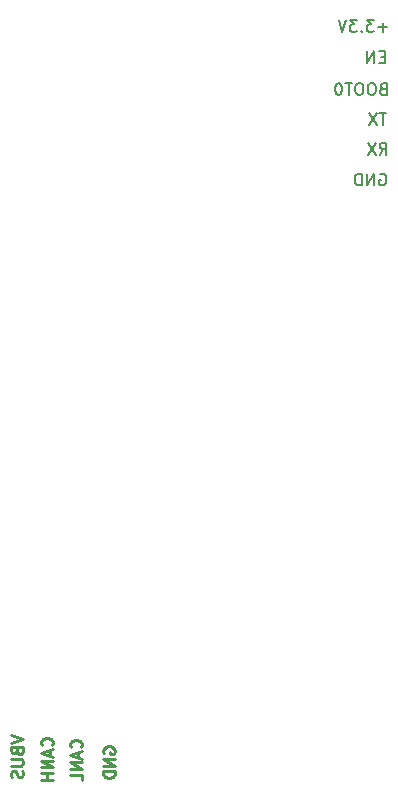
<source format=gbr>
%TF.GenerationSoftware,KiCad,Pcbnew,7.0.0-da2b9df05c~171~ubuntu22.10.1*%
%TF.CreationDate,2023-03-06T15:09:24+01:00*%
%TF.ProjectId,frakfurt_eth,6672616b-6675-4727-945f-6574682e6b69,rev?*%
%TF.SameCoordinates,Original*%
%TF.FileFunction,Legend,Bot*%
%TF.FilePolarity,Positive*%
%FSLAX46Y46*%
G04 Gerber Fmt 4.6, Leading zero omitted, Abs format (unit mm)*
G04 Created by KiCad (PCBNEW 7.0.0-da2b9df05c~171~ubuntu22.10.1) date 2023-03-06 15:09:24*
%MOMM*%
%LPD*%
G01*
G04 APERTURE LIST*
%ADD10C,0.250000*%
%ADD11C,0.150000*%
G04 APERTURE END LIST*
D10*
X105780000Y-114811904D02*
X105732380Y-114716666D01*
X105732380Y-114716666D02*
X105732380Y-114573809D01*
X105732380Y-114573809D02*
X105780000Y-114430952D01*
X105780000Y-114430952D02*
X105875238Y-114335714D01*
X105875238Y-114335714D02*
X105970476Y-114288095D01*
X105970476Y-114288095D02*
X106160952Y-114240476D01*
X106160952Y-114240476D02*
X106303809Y-114240476D01*
X106303809Y-114240476D02*
X106494285Y-114288095D01*
X106494285Y-114288095D02*
X106589523Y-114335714D01*
X106589523Y-114335714D02*
X106684761Y-114430952D01*
X106684761Y-114430952D02*
X106732380Y-114573809D01*
X106732380Y-114573809D02*
X106732380Y-114669047D01*
X106732380Y-114669047D02*
X106684761Y-114811904D01*
X106684761Y-114811904D02*
X106637142Y-114859523D01*
X106637142Y-114859523D02*
X106303809Y-114859523D01*
X106303809Y-114859523D02*
X106303809Y-114669047D01*
X106732380Y-115288095D02*
X105732380Y-115288095D01*
X105732380Y-115288095D02*
X106732380Y-115859523D01*
X106732380Y-115859523D02*
X105732380Y-115859523D01*
X106732380Y-116335714D02*
X105732380Y-116335714D01*
X105732380Y-116335714D02*
X105732380Y-116573809D01*
X105732380Y-116573809D02*
X105780000Y-116716666D01*
X105780000Y-116716666D02*
X105875238Y-116811904D01*
X105875238Y-116811904D02*
X105970476Y-116859523D01*
X105970476Y-116859523D02*
X106160952Y-116907142D01*
X106160952Y-116907142D02*
X106303809Y-116907142D01*
X106303809Y-116907142D02*
X106494285Y-116859523D01*
X106494285Y-116859523D02*
X106589523Y-116811904D01*
X106589523Y-116811904D02*
X106684761Y-116716666D01*
X106684761Y-116716666D02*
X106732380Y-116573809D01*
X106732380Y-116573809D02*
X106732380Y-116335714D01*
D11*
X129428571Y-58558571D02*
X129285714Y-58606190D01*
X129285714Y-58606190D02*
X129238095Y-58653809D01*
X129238095Y-58653809D02*
X129190476Y-58749047D01*
X129190476Y-58749047D02*
X129190476Y-58891904D01*
X129190476Y-58891904D02*
X129238095Y-58987142D01*
X129238095Y-58987142D02*
X129285714Y-59034761D01*
X129285714Y-59034761D02*
X129380952Y-59082380D01*
X129380952Y-59082380D02*
X129761904Y-59082380D01*
X129761904Y-59082380D02*
X129761904Y-58082380D01*
X129761904Y-58082380D02*
X129428571Y-58082380D01*
X129428571Y-58082380D02*
X129333333Y-58130000D01*
X129333333Y-58130000D02*
X129285714Y-58177619D01*
X129285714Y-58177619D02*
X129238095Y-58272857D01*
X129238095Y-58272857D02*
X129238095Y-58368095D01*
X129238095Y-58368095D02*
X129285714Y-58463333D01*
X129285714Y-58463333D02*
X129333333Y-58510952D01*
X129333333Y-58510952D02*
X129428571Y-58558571D01*
X129428571Y-58558571D02*
X129761904Y-58558571D01*
X128571428Y-58082380D02*
X128380952Y-58082380D01*
X128380952Y-58082380D02*
X128285714Y-58130000D01*
X128285714Y-58130000D02*
X128190476Y-58225238D01*
X128190476Y-58225238D02*
X128142857Y-58415714D01*
X128142857Y-58415714D02*
X128142857Y-58749047D01*
X128142857Y-58749047D02*
X128190476Y-58939523D01*
X128190476Y-58939523D02*
X128285714Y-59034761D01*
X128285714Y-59034761D02*
X128380952Y-59082380D01*
X128380952Y-59082380D02*
X128571428Y-59082380D01*
X128571428Y-59082380D02*
X128666666Y-59034761D01*
X128666666Y-59034761D02*
X128761904Y-58939523D01*
X128761904Y-58939523D02*
X128809523Y-58749047D01*
X128809523Y-58749047D02*
X128809523Y-58415714D01*
X128809523Y-58415714D02*
X128761904Y-58225238D01*
X128761904Y-58225238D02*
X128666666Y-58130000D01*
X128666666Y-58130000D02*
X128571428Y-58082380D01*
X127523809Y-58082380D02*
X127333333Y-58082380D01*
X127333333Y-58082380D02*
X127238095Y-58130000D01*
X127238095Y-58130000D02*
X127142857Y-58225238D01*
X127142857Y-58225238D02*
X127095238Y-58415714D01*
X127095238Y-58415714D02*
X127095238Y-58749047D01*
X127095238Y-58749047D02*
X127142857Y-58939523D01*
X127142857Y-58939523D02*
X127238095Y-59034761D01*
X127238095Y-59034761D02*
X127333333Y-59082380D01*
X127333333Y-59082380D02*
X127523809Y-59082380D01*
X127523809Y-59082380D02*
X127619047Y-59034761D01*
X127619047Y-59034761D02*
X127714285Y-58939523D01*
X127714285Y-58939523D02*
X127761904Y-58749047D01*
X127761904Y-58749047D02*
X127761904Y-58415714D01*
X127761904Y-58415714D02*
X127714285Y-58225238D01*
X127714285Y-58225238D02*
X127619047Y-58130000D01*
X127619047Y-58130000D02*
X127523809Y-58082380D01*
X126809523Y-58082380D02*
X126238095Y-58082380D01*
X126523809Y-59082380D02*
X126523809Y-58082380D01*
X125714285Y-58082380D02*
X125619047Y-58082380D01*
X125619047Y-58082380D02*
X125523809Y-58130000D01*
X125523809Y-58130000D02*
X125476190Y-58177619D01*
X125476190Y-58177619D02*
X125428571Y-58272857D01*
X125428571Y-58272857D02*
X125380952Y-58463333D01*
X125380952Y-58463333D02*
X125380952Y-58701428D01*
X125380952Y-58701428D02*
X125428571Y-58891904D01*
X125428571Y-58891904D02*
X125476190Y-58987142D01*
X125476190Y-58987142D02*
X125523809Y-59034761D01*
X125523809Y-59034761D02*
X125619047Y-59082380D01*
X125619047Y-59082380D02*
X125714285Y-59082380D01*
X125714285Y-59082380D02*
X125809523Y-59034761D01*
X125809523Y-59034761D02*
X125857142Y-58987142D01*
X125857142Y-58987142D02*
X125904761Y-58891904D01*
X125904761Y-58891904D02*
X125952380Y-58701428D01*
X125952380Y-58701428D02*
X125952380Y-58463333D01*
X125952380Y-58463333D02*
X125904761Y-58272857D01*
X125904761Y-58272857D02*
X125857142Y-58177619D01*
X125857142Y-58177619D02*
X125809523Y-58130000D01*
X125809523Y-58130000D02*
X125714285Y-58082380D01*
X129561904Y-55858571D02*
X129228571Y-55858571D01*
X129085714Y-56382380D02*
X129561904Y-56382380D01*
X129561904Y-56382380D02*
X129561904Y-55382380D01*
X129561904Y-55382380D02*
X129085714Y-55382380D01*
X128657142Y-56382380D02*
X128657142Y-55382380D01*
X128657142Y-55382380D02*
X128085714Y-56382380D01*
X128085714Y-56382380D02*
X128085714Y-55382380D01*
X129811904Y-53351428D02*
X129050000Y-53351428D01*
X129430952Y-53732380D02*
X129430952Y-52970476D01*
X128669047Y-52732380D02*
X128050000Y-52732380D01*
X128050000Y-52732380D02*
X128383333Y-53113333D01*
X128383333Y-53113333D02*
X128240476Y-53113333D01*
X128240476Y-53113333D02*
X128145238Y-53160952D01*
X128145238Y-53160952D02*
X128097619Y-53208571D01*
X128097619Y-53208571D02*
X128050000Y-53303809D01*
X128050000Y-53303809D02*
X128050000Y-53541904D01*
X128050000Y-53541904D02*
X128097619Y-53637142D01*
X128097619Y-53637142D02*
X128145238Y-53684761D01*
X128145238Y-53684761D02*
X128240476Y-53732380D01*
X128240476Y-53732380D02*
X128526190Y-53732380D01*
X128526190Y-53732380D02*
X128621428Y-53684761D01*
X128621428Y-53684761D02*
X128669047Y-53637142D01*
X127621428Y-53637142D02*
X127573809Y-53684761D01*
X127573809Y-53684761D02*
X127621428Y-53732380D01*
X127621428Y-53732380D02*
X127669047Y-53684761D01*
X127669047Y-53684761D02*
X127621428Y-53637142D01*
X127621428Y-53637142D02*
X127621428Y-53732380D01*
X127240476Y-52732380D02*
X126621429Y-52732380D01*
X126621429Y-52732380D02*
X126954762Y-53113333D01*
X126954762Y-53113333D02*
X126811905Y-53113333D01*
X126811905Y-53113333D02*
X126716667Y-53160952D01*
X126716667Y-53160952D02*
X126669048Y-53208571D01*
X126669048Y-53208571D02*
X126621429Y-53303809D01*
X126621429Y-53303809D02*
X126621429Y-53541904D01*
X126621429Y-53541904D02*
X126669048Y-53637142D01*
X126669048Y-53637142D02*
X126716667Y-53684761D01*
X126716667Y-53684761D02*
X126811905Y-53732380D01*
X126811905Y-53732380D02*
X127097619Y-53732380D01*
X127097619Y-53732380D02*
X127192857Y-53684761D01*
X127192857Y-53684761D02*
X127240476Y-53637142D01*
X126335714Y-52732380D02*
X126002381Y-53732380D01*
X126002381Y-53732380D02*
X125669048Y-52732380D01*
X129138095Y-65780000D02*
X129233333Y-65732380D01*
X129233333Y-65732380D02*
X129376190Y-65732380D01*
X129376190Y-65732380D02*
X129519047Y-65780000D01*
X129519047Y-65780000D02*
X129614285Y-65875238D01*
X129614285Y-65875238D02*
X129661904Y-65970476D01*
X129661904Y-65970476D02*
X129709523Y-66160952D01*
X129709523Y-66160952D02*
X129709523Y-66303809D01*
X129709523Y-66303809D02*
X129661904Y-66494285D01*
X129661904Y-66494285D02*
X129614285Y-66589523D01*
X129614285Y-66589523D02*
X129519047Y-66684761D01*
X129519047Y-66684761D02*
X129376190Y-66732380D01*
X129376190Y-66732380D02*
X129280952Y-66732380D01*
X129280952Y-66732380D02*
X129138095Y-66684761D01*
X129138095Y-66684761D02*
X129090476Y-66637142D01*
X129090476Y-66637142D02*
X129090476Y-66303809D01*
X129090476Y-66303809D02*
X129280952Y-66303809D01*
X128661904Y-66732380D02*
X128661904Y-65732380D01*
X128661904Y-65732380D02*
X128090476Y-66732380D01*
X128090476Y-66732380D02*
X128090476Y-65732380D01*
X127614285Y-66732380D02*
X127614285Y-65732380D01*
X127614285Y-65732380D02*
X127376190Y-65732380D01*
X127376190Y-65732380D02*
X127233333Y-65780000D01*
X127233333Y-65780000D02*
X127138095Y-65875238D01*
X127138095Y-65875238D02*
X127090476Y-65970476D01*
X127090476Y-65970476D02*
X127042857Y-66160952D01*
X127042857Y-66160952D02*
X127042857Y-66303809D01*
X127042857Y-66303809D02*
X127090476Y-66494285D01*
X127090476Y-66494285D02*
X127138095Y-66589523D01*
X127138095Y-66589523D02*
X127233333Y-66684761D01*
X127233333Y-66684761D02*
X127376190Y-66732380D01*
X127376190Y-66732380D02*
X127614285Y-66732380D01*
X129704761Y-60582380D02*
X129133333Y-60582380D01*
X129419047Y-61582380D02*
X129419047Y-60582380D01*
X128895237Y-60582380D02*
X128228571Y-61582380D01*
X128228571Y-60582380D02*
X128895237Y-61582380D01*
X129140476Y-64132380D02*
X129473809Y-63656190D01*
X129711904Y-64132380D02*
X129711904Y-63132380D01*
X129711904Y-63132380D02*
X129330952Y-63132380D01*
X129330952Y-63132380D02*
X129235714Y-63180000D01*
X129235714Y-63180000D02*
X129188095Y-63227619D01*
X129188095Y-63227619D02*
X129140476Y-63322857D01*
X129140476Y-63322857D02*
X129140476Y-63465714D01*
X129140476Y-63465714D02*
X129188095Y-63560952D01*
X129188095Y-63560952D02*
X129235714Y-63608571D01*
X129235714Y-63608571D02*
X129330952Y-63656190D01*
X129330952Y-63656190D02*
X129711904Y-63656190D01*
X128807142Y-63132380D02*
X128140476Y-64132380D01*
X128140476Y-63132380D02*
X128807142Y-64132380D01*
D10*
X101387142Y-114159523D02*
X101434761Y-114111904D01*
X101434761Y-114111904D02*
X101482380Y-113969047D01*
X101482380Y-113969047D02*
X101482380Y-113873809D01*
X101482380Y-113873809D02*
X101434761Y-113730952D01*
X101434761Y-113730952D02*
X101339523Y-113635714D01*
X101339523Y-113635714D02*
X101244285Y-113588095D01*
X101244285Y-113588095D02*
X101053809Y-113540476D01*
X101053809Y-113540476D02*
X100910952Y-113540476D01*
X100910952Y-113540476D02*
X100720476Y-113588095D01*
X100720476Y-113588095D02*
X100625238Y-113635714D01*
X100625238Y-113635714D02*
X100530000Y-113730952D01*
X100530000Y-113730952D02*
X100482380Y-113873809D01*
X100482380Y-113873809D02*
X100482380Y-113969047D01*
X100482380Y-113969047D02*
X100530000Y-114111904D01*
X100530000Y-114111904D02*
X100577619Y-114159523D01*
X101196666Y-114540476D02*
X101196666Y-115016666D01*
X101482380Y-114445238D02*
X100482380Y-114778571D01*
X100482380Y-114778571D02*
X101482380Y-115111904D01*
X101482380Y-115445238D02*
X100482380Y-115445238D01*
X100482380Y-115445238D02*
X101482380Y-116016666D01*
X101482380Y-116016666D02*
X100482380Y-116016666D01*
X101482380Y-116492857D02*
X100482380Y-116492857D01*
X100958571Y-116492857D02*
X100958571Y-117064285D01*
X101482380Y-117064285D02*
X100482380Y-117064285D01*
X103837142Y-114309523D02*
X103884761Y-114261904D01*
X103884761Y-114261904D02*
X103932380Y-114119047D01*
X103932380Y-114119047D02*
X103932380Y-114023809D01*
X103932380Y-114023809D02*
X103884761Y-113880952D01*
X103884761Y-113880952D02*
X103789523Y-113785714D01*
X103789523Y-113785714D02*
X103694285Y-113738095D01*
X103694285Y-113738095D02*
X103503809Y-113690476D01*
X103503809Y-113690476D02*
X103360952Y-113690476D01*
X103360952Y-113690476D02*
X103170476Y-113738095D01*
X103170476Y-113738095D02*
X103075238Y-113785714D01*
X103075238Y-113785714D02*
X102980000Y-113880952D01*
X102980000Y-113880952D02*
X102932380Y-114023809D01*
X102932380Y-114023809D02*
X102932380Y-114119047D01*
X102932380Y-114119047D02*
X102980000Y-114261904D01*
X102980000Y-114261904D02*
X103027619Y-114309523D01*
X103646666Y-114690476D02*
X103646666Y-115166666D01*
X103932380Y-114595238D02*
X102932380Y-114928571D01*
X102932380Y-114928571D02*
X103932380Y-115261904D01*
X103932380Y-115595238D02*
X102932380Y-115595238D01*
X102932380Y-115595238D02*
X103932380Y-116166666D01*
X103932380Y-116166666D02*
X102932380Y-116166666D01*
X103932380Y-117119047D02*
X103932380Y-116642857D01*
X103932380Y-116642857D02*
X102932380Y-116642857D01*
X97932380Y-113295238D02*
X98932380Y-113628571D01*
X98932380Y-113628571D02*
X97932380Y-113961904D01*
X98408571Y-114628571D02*
X98456190Y-114771428D01*
X98456190Y-114771428D02*
X98503809Y-114819047D01*
X98503809Y-114819047D02*
X98599047Y-114866666D01*
X98599047Y-114866666D02*
X98741904Y-114866666D01*
X98741904Y-114866666D02*
X98837142Y-114819047D01*
X98837142Y-114819047D02*
X98884761Y-114771428D01*
X98884761Y-114771428D02*
X98932380Y-114676190D01*
X98932380Y-114676190D02*
X98932380Y-114295238D01*
X98932380Y-114295238D02*
X97932380Y-114295238D01*
X97932380Y-114295238D02*
X97932380Y-114628571D01*
X97932380Y-114628571D02*
X97980000Y-114723809D01*
X97980000Y-114723809D02*
X98027619Y-114771428D01*
X98027619Y-114771428D02*
X98122857Y-114819047D01*
X98122857Y-114819047D02*
X98218095Y-114819047D01*
X98218095Y-114819047D02*
X98313333Y-114771428D01*
X98313333Y-114771428D02*
X98360952Y-114723809D01*
X98360952Y-114723809D02*
X98408571Y-114628571D01*
X98408571Y-114628571D02*
X98408571Y-114295238D01*
X97932380Y-115295238D02*
X98741904Y-115295238D01*
X98741904Y-115295238D02*
X98837142Y-115342857D01*
X98837142Y-115342857D02*
X98884761Y-115390476D01*
X98884761Y-115390476D02*
X98932380Y-115485714D01*
X98932380Y-115485714D02*
X98932380Y-115676190D01*
X98932380Y-115676190D02*
X98884761Y-115771428D01*
X98884761Y-115771428D02*
X98837142Y-115819047D01*
X98837142Y-115819047D02*
X98741904Y-115866666D01*
X98741904Y-115866666D02*
X97932380Y-115866666D01*
X98884761Y-116295238D02*
X98932380Y-116438095D01*
X98932380Y-116438095D02*
X98932380Y-116676190D01*
X98932380Y-116676190D02*
X98884761Y-116771428D01*
X98884761Y-116771428D02*
X98837142Y-116819047D01*
X98837142Y-116819047D02*
X98741904Y-116866666D01*
X98741904Y-116866666D02*
X98646666Y-116866666D01*
X98646666Y-116866666D02*
X98551428Y-116819047D01*
X98551428Y-116819047D02*
X98503809Y-116771428D01*
X98503809Y-116771428D02*
X98456190Y-116676190D01*
X98456190Y-116676190D02*
X98408571Y-116485714D01*
X98408571Y-116485714D02*
X98360952Y-116390476D01*
X98360952Y-116390476D02*
X98313333Y-116342857D01*
X98313333Y-116342857D02*
X98218095Y-116295238D01*
X98218095Y-116295238D02*
X98122857Y-116295238D01*
X98122857Y-116295238D02*
X98027619Y-116342857D01*
X98027619Y-116342857D02*
X97980000Y-116390476D01*
X97980000Y-116390476D02*
X97932380Y-116485714D01*
X97932380Y-116485714D02*
X97932380Y-116723809D01*
X97932380Y-116723809D02*
X97980000Y-116866666D01*
M02*

</source>
